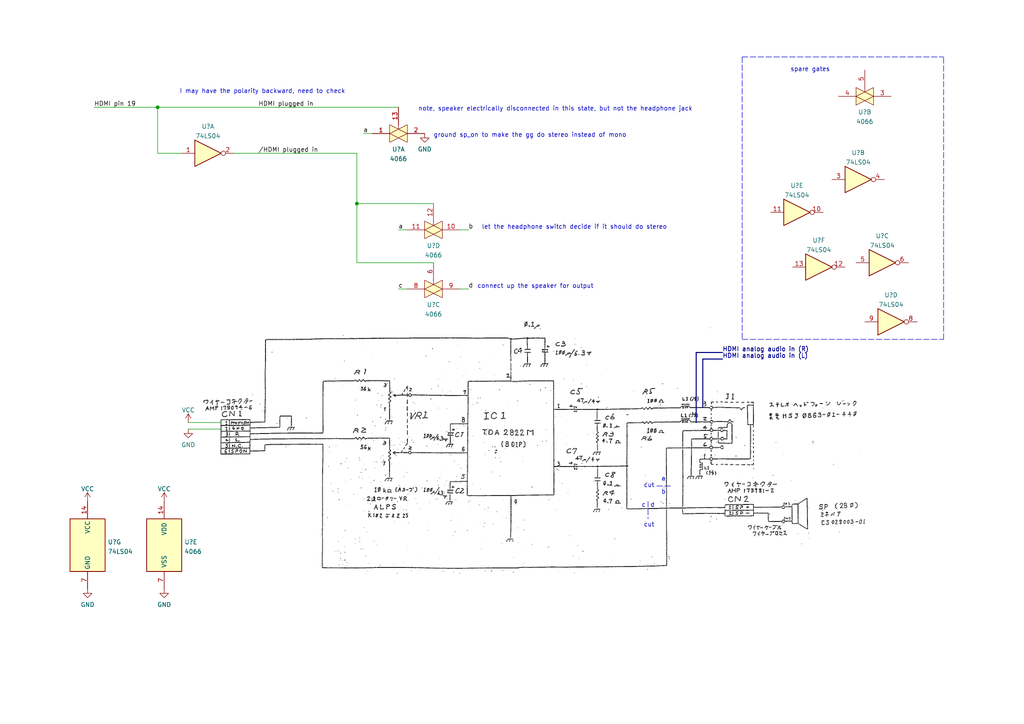
<source format=kicad_sch>
(kicad_sch (version 20211123) (generator eeschema)
  (paper "A4")
  (lib_symbols
    (symbol "4xxx:4066" (pin_names (offset 1.016))
      (property "Reference" "U" (at -7.62 8.89 0))
      (property "Value" "4066" (at -7.62 -8.89 0))
      (symbol "4066_1_0"
        (polyline (pts (xy 0 1.27) (xy 0 2.54)) (stroke (width 0.1524)))
        (polyline (pts (xy -2.54 0) (xy 2.54 2.54) (xy 2.54 -2.54) (xy -2.54 0)) (fill (type background)))
        (polyline (pts (xy -2.54 2.54) (xy 2.54 0) (xy -2.54 -2.54) (xy -2.54 2.54)) (fill (type background)))
        (pin passive line (at -7.62 0 0) (length 5.08) (name "~") (number "1"))
        (pin input line (at 0 7.62 270) (length 5.08) (name "~") (number "13"))
        (pin passive line (at 7.62 0 180) (length 5.08) (name "~") (number "2"))
      )
      (symbol "4066_2_0"
        (polyline (pts (xy 0 1.27) (xy 0 2.54)) (stroke (width 0.1524)))
        (polyline (pts (xy -2.54 0) (xy 2.54 2.54) (xy 2.54 -2.54) (xy -2.54 0)) (fill (type background)))
        (polyline (pts (xy -2.54 2.54) (xy 2.54 0) (xy -2.54 -2.54) (xy -2.54 2.54)) (fill (type background)))
        (pin passive line (at 7.62 0 180) (length 5.08) (name "~") (number "3"))
        (pin passive line (at -7.62 0 0) (length 5.08) (name "~") (number "4"))
        (pin input line (at 0 7.62 270) (length 5.08) (name "~") (number "5"))
      )
      (symbol "4066_3_0"
        (polyline (pts (xy 0 1.27) (xy 0 2.54)) (stroke (width 0.1524)))
        (polyline (pts (xy -2.54 0) (xy 2.54 2.54) (xy 2.54 -2.54) (xy -2.54 0)) (fill (type background)))
        (polyline (pts (xy -2.54 2.54) (xy 2.54 0) (xy -2.54 -2.54) (xy -2.54 2.54)) (fill (type background)))
        (pin input line (at 0 7.62 270) (length 5.08) (name "~") (number "6"))
        (pin passive line (at -7.62 0 0) (length 5.08) (name "~") (number "8"))
        (pin passive line (at 7.62 0 180) (length 5.08) (name "~") (number "9"))
      )
      (symbol "4066_4_0"
        (polyline (pts (xy 0 1.27) (xy 0 2.54)) (stroke (width 0.1524)))
        (polyline (pts (xy -2.54 0) (xy 2.54 2.54) (xy 2.54 -2.54) (xy -2.54 0)) (fill (type background)))
        (polyline (pts (xy -2.54 2.54) (xy 2.54 0) (xy -2.54 -2.54) (xy -2.54 2.54)) (fill (type background)))
        (pin passive line (at 7.62 0 180) (length 5.08) (name "~") (number "10"))
        (pin passive line (at -7.62 0 0) (length 5.08) (name "~") (number "11"))
        (pin input line (at 0 7.62 270) (length 5.08) (name "~") (number "12"))
      )
      (symbol "4066_5_0"
        (pin power_in line (at 0 12.7 270) (length 5.08) (name "VDD") (number "14"))
        (pin power_in line (at 0 -12.7 90) (length 5.08) (name "VSS") (number "7"))
      )
      (symbol "4066_5_1"
        (rectangle (start -5.08 7.62) (end 5.08 -7.62) (stroke (width 0.254)) (fill (type background)))
      )
    )
    (symbol "74xx:74LS04"
      (property "Reference" "U" (at 0 1.27 0))
      (property "Value" "74LS04" (at 0 -1.27 0))
      (symbol "74LS04_1_0"
        (polyline (pts (xy -3.81 3.81) (xy -3.81 -3.81) (xy 3.81 0) (xy -3.81 3.81)) (stroke (width 0.254)) (fill (type background)))
        (pin input line (at -7.62 0 0) (length 3.81) (name "~") (number "1"))
        (pin output inverted (at 7.62 0 180) (length 3.81) (name "~") (number "2"))
      )
      (symbol "74LS04_2_0"
        (polyline (pts (xy -3.81 3.81) (xy -3.81 -3.81) (xy 3.81 0) (xy -3.81 3.81)) (stroke (width 0.254)) (fill (type background)))
        (pin input line (at -7.62 0 0) (length 3.81) (name "~") (number "3"))
        (pin output inverted (at 7.62 0 180) (length 3.81) (name "~") (number "4"))
      )
      (symbol "74LS04_3_0"
        (polyline (pts (xy -3.81 3.81) (xy -3.81 -3.81) (xy 3.81 0) (xy -3.81 3.81)) (stroke (width 0.254)) (fill (type background)))
        (pin input line (at -7.62 0 0) (length 3.81) (name "~") (number "5"))
        (pin output inverted (at 7.62 0 180) (length 3.81) (name "~") (number "6"))
      )
      (symbol "74LS04_4_0"
        (polyline (pts (xy -3.81 3.81) (xy -3.81 -3.81) (xy 3.81 0) (xy -3.81 3.81)) (stroke (width 0.254)) (fill (type background)))
        (pin output inverted (at 7.62 0 180) (length 3.81) (name "~") (number "8"))
        (pin input line (at -7.62 0 0) (length 3.81) (name "~") (number "9"))
      )
      (symbol "74LS04_5_0"
        (polyline (pts (xy -3.81 3.81) (xy -3.81 -3.81) (xy 3.81 0) (xy -3.81 3.81)) (stroke (width 0.254)) (fill (type background)))
        (pin output inverted (at 7.62 0 180) (length 3.81) (name "~") (number "10"))
        (pin input line (at -7.62 0 0) (length 3.81) (name "~") (number "11"))
      )
      (symbol "74LS04_6_0"
        (polyline (pts (xy -3.81 3.81) (xy -3.81 -3.81) (xy 3.81 0) (xy -3.81 3.81)) (stroke (width 0.254)) (fill (type background)))
        (pin output inverted (at 7.62 0 180) (length 3.81) (name "~") (number "12"))
        (pin input line (at -7.62 0 0) (length 3.81) (name "~") (number "13"))
      )
      (symbol "74LS04_7_0"
        (pin power_in line (at 0 12.7 270) (length 5.08) (name "VCC") (number "14"))
        (pin power_in line (at 0 -12.7 90) (length 5.08) (name "GND") (number "7"))
      )
      (symbol "74LS04_7_1"
        (rectangle (start -5.08 7.62) (end 5.08 -7.62) (stroke (width 0.254)) (fill (type background)))
      )
    )
    (symbol "power:GND" (power) (pin_names (offset 0))
      (property "Value" "GND" (at 0 -3.81 0))
      (symbol "GND_0_1"
        (polyline (pts (xy 0 0) (xy 0 -1.27) (xy 1.27 -1.27) (xy 0 -2.54) (xy -1.27 -1.27) (xy 0 -1.27)))
      )
      (symbol "GND_1_1"
        (pin power_in line (at 0 0 270) (length 0) hide (name "GND") (number "1"))
      )
    )
    (symbol "power:VCC" (power) (pin_names (offset 0))
      (property "Value" "VCC" (at 0 3.81 0))
      (symbol "VCC_0_1"
        (polyline (pts (xy -0.762 1.27) (xy 0 2.54)))
        (polyline (pts (xy 0 0) (xy 0 2.54)))
        (polyline (pts (xy 0 2.54) (xy 0.762 1.27)))
      )
      (symbol "VCC_1_1"
        (pin power_in line (at 0 0 90) (length 0) hide (name "VCC") (number "1"))
      )
    )
  )
  (junction (at 45.72 31.115))
  (junction (at 103.505 59.055))
  (polyline (pts (xy 215.265 16.51) (xy 215.265 98.425)))
  (wire (pts (xy 45.72 31.115) (xy 45.72 44.45)))
  (wire (pts (xy 54.61 124.46) (xy 64.135 124.46)))
  (wire (pts (xy 103.505 44.45) (xy 103.505 59.055)))
  (wire (pts (xy 45.72 44.45) (xy 52.705 44.45)))
  (bus (pts (xy 201.93 102.235) (xy 209.55 102.235)))
  (polyline (pts (xy 273.685 98.425) (xy 273.685 16.51)))
  (wire (pts (xy 103.505 59.055) (xy 103.505 76.2)))
  (wire (pts (xy 103.505 76.2) (xy 125.73 76.2)))
  (polyline (pts (xy 215.265 16.51) (xy 273.685 16.51)))
  (wire (pts (xy 45.72 31.115) (xy 115.57 31.115)))
  (wire (pts (xy 67.945 44.45) (xy 103.505 44.45)))
  (bus (pts (xy 203.835 118.11) (xy 203.835 104.14)))
  (wire (pts (xy 115.57 66.675) (xy 118.11 66.675)))
  (wire (pts (xy 115.57 83.82) (xy 118.11 83.82)))
  (wire (pts (xy 135.89 83.82) (xy 133.35 83.82)))
  (bus (pts (xy 203.835 104.14) (xy 209.55 104.14)))
  (wire (pts (xy 135.89 66.675) (xy 133.35 66.675)))
  (wire (pts (xy 103.505 59.055) (xy 125.73 59.055)))
  (wire (pts (xy 27.305 31.115) (xy 45.72 31.115)))
  (bus (pts (xy 201.93 122.555) (xy 201.93 102.235)))
  (polyline (pts (xy 187.96 145.415) (xy 187.96 150.495)))
  (polyline (pts (xy 190.5 140.97) (xy 194.945 140.97)))
  (polyline (pts (xy 215.265 98.425) (xy 273.685 98.425)))
  (wire (pts (xy 105.41 38.735) (xy 107.95 38.735)))
  (wire (pts (xy 54.61 122.555) (xy 64.135 122.555)))
  (image (at 154.305 128.905) (scale 1.52935))
  (text "HDMI analog audio in (L)" (at 209.55 104.14 0) (effects (font (size 1.27 1.27)) (justify left bottom)))
  (text "d" (at 188.595 147.32 0) (effects (font (size 1.27 1.27)) (justify left bottom)))
  (text "HDMI analog audio in (R)" (at 209.55 102.235 0) (effects (font (size 1.27 1.27)) (justify left bottom)))
  (text "note, speaker electrically disconnected in this state, but not the headphone jack" (at 121.285 32.385 0) (effects (font (size 1.27 1.27)) (justify left bottom)))
  (text "ground sp_on to make the gg do stereo instead of mono" (at 125.73 40.005 0) (effects (font (size 1.27 1.27)) (justify left bottom)))
  (text "spare gates" (at 229.235 20.955 0) (effects (font (size 1.27 1.27)) (justify left bottom)))
  (text "connect up the speaker for output" (at 138.43 83.82 0) (effects (font (size 1.27 1.27)) (justify left bottom)))
  (text "a" (at 191.77 139.7 0) (effects (font (size 1.27 1.27)) (justify left bottom)))
  (text "cut" (at 186.69 153.035 0) (effects (font (size 1.27 1.27)) (justify left bottom)))
  (text "b" (at 191.77 143.51 0) (effects (font (size 1.27 1.27)) (justify left bottom)))
  (text "c" (at 186.055 147.32 0) (effects (font (size 1.27 1.27)) (justify left bottom)))
  (text "I may have the polarity backward, need to check" (at 52.07 27.305 0) (effects (font (size 1.27 1.27)) (justify left bottom)))
  (text "let the headphone switch decide if it should do stereo" (at 139.7 66.675 0) (effects (font (size 1.27 1.27)) (justify left bottom)))
  (text "cut" (at 186.69 141.605 0) (effects (font (size 1.27 1.27)) (justify left bottom)))
  (label "a" (at 105.41 38.735 0))
  (label "d" (at 135.89 83.82 0))
  (label "c" (at 115.57 83.82 0))
  (label "b" (at 135.89 66.675 0))
  (label "a" (at 115.57 66.675 0))
  (label "HDMI plugged in " (at 74.93 31.115 0))
  (label "{slash}HDMI plugged in " (at 74.93 44.45 0))
  (label "HDMI pin 19" (at 27.305 31.115 0))
  (label "HDMI analog audio in (L)" (at 209.55 104.14 0))
  (label "HDMI analog audio in (R)" (at 209.55 102.235 0))
  (symbol (lib_id "4xxx:4066") (at 125.73 83.82 0) (unit 3)
    (property "Reference" "U?" (at 125.73 88.3825 0))
    (property "Value" "4066" (at 125.73 91.1576 0))
    (property "Datasheet" "http://www.ti.com/lit/ds/symlink/cd4066b.pdf" (effects hide))
  )
  (symbol (lib_id "74xx:74LS04") (at 237.49 77.47 0) (unit 6)
    (property "Reference" "U?" (at 237.49 69.6935 0))
    (property "Value" "74LS04" (at 237.49 72.4686 0))
    (property "Datasheet" "http://www.ti.com/lit/gpn/sn74LS04" (effects hide))
  )
  (symbol (lib_id "power:VCC") (at 54.61 122.555 0) (unit 1)
    (property "Reference" "#PWR?" (effects hide))
    (property "Value" "VCC" (at 54.61 118.9505 0))
  )
  (symbol (lib_id "74xx:74LS04") (at 231.14 61.595 0) (unit 5)
    (property "Reference" "U?" (at 231.14 53.8185 0))
    (property "Value" "74LS04" (at 231.14 56.5936 0))
    (property "Datasheet" "http://www.ti.com/lit/gpn/sn74LS04" (effects hide))
  )
  (symbol (lib_id "power:GND") (at 47.625 170.815 0) (unit 1)
    (property "Reference" "#PWR?" (effects hide))
    (property "Value" "GND" (at 47.625 175.3775 0))
  )
  (symbol (lib_id "power:GND") (at 25.4 170.815 0) (unit 1)
    (property "Reference" "#PWR?" (effects hide))
    (property "Value" "GND" (at 25.4 175.3775 0))
  )
  (symbol (lib_id "power:GND") (at 123.19 38.735 0) (unit 1)
    (property "Reference" "#PWR?" (effects hide))
    (property "Value" "GND" (at 123.19 43.2975 0))
  )
  (symbol (lib_id "power:VCC") (at 47.625 145.415 0) (unit 1)
    (property "Reference" "#PWR?" (effects hide))
    (property "Value" "VCC" (at 47.625 141.8105 0))
  )
  (symbol (lib_id "74xx:74LS04") (at 60.325 44.45 0) (unit 1)
    (property "Reference" "U?" (at 60.325 36.6735 0))
    (property "Value" "74LS04" (at 60.325 39.4486 0))
    (property "Datasheet" "http://www.ti.com/lit/gpn/sn74LS04" (effects hide))
  )
  (symbol (lib_id "4xxx:4066") (at 115.57 38.735 0) (unit 1)
    (property "Reference" "U?" (at 115.57 43.2975 0))
    (property "Value" "4066" (at 115.57 46.0726 0))
    (property "Datasheet" "http://www.ti.com/lit/ds/symlink/cd4066b.pdf" (effects hide))
  )
  (symbol (lib_id "power:VCC") (at 25.4 145.415 0) (unit 1)
    (property "Reference" "#PWR?" (effects hide))
    (property "Value" "VCC" (at 25.4 141.8105 0))
  )
  (symbol (lib_id "4xxx:4066") (at 47.625 158.115 0) (unit 5)
    (property "Reference" "U?" (at 53.467 157.2065 0) (effects (justify left)))
    (property "Value" "4066" (at 53.467 159.9816 0) (effects (justify left)))
    (property "Datasheet" "http://www.ti.com/lit/ds/symlink/cd4066b.pdf" (effects hide))
  )
  (symbol (lib_id "4xxx:4066") (at 125.73 66.675 0) (unit 4)
    (property "Reference" "U?" (at 125.73 71.2375 0))
    (property "Value" "4066" (at 125.73 74.0126 0))
    (property "Datasheet" "http://www.ti.com/lit/ds/symlink/cd4066b.pdf" (effects hide))
  )
  (symbol (lib_id "74xx:74LS04") (at 248.92 52.07 0) (unit 2)
    (property "Reference" "U?" (at 248.92 44.2935 0))
    (property "Value" "74LS04" (at 248.92 47.0686 0))
    (property "Datasheet" "http://www.ti.com/lit/gpn/sn74LS04" (effects hide))
  )
  (symbol (lib_id "4xxx:4066") (at 250.825 27.94 0) (unit 2)
    (property "Reference" "U?" (at 250.825 32.5025 0))
    (property "Value" "4066" (at 250.825 35.2776 0))
    (property "Datasheet" "http://www.ti.com/lit/ds/symlink/cd4066b.pdf" (effects hide))
  )
  (symbol (lib_id "power:GND") (at 54.61 124.46 0) (unit 1)
    (property "Reference" "#PWR?" (effects hide))
    (property "Value" "GND" (at 54.61 129.0225 0))
  )
  (symbol (lib_id "74xx:74LS04") (at 258.445 93.345 0) (unit 4)
    (property "Reference" "U?" (at 258.445 85.5685 0))
    (property "Value" "74LS04" (at 258.445 88.3436 0))
    (property "Datasheet" "http://www.ti.com/lit/gpn/sn74LS04" (effects hide))
  )
  (symbol (lib_id "74xx:74LS04") (at 255.905 76.2 0) (unit 3)
    (property "Reference" "U?" (at 255.905 68.4235 0))
    (property "Value" "74LS04" (at 255.905 71.1986 0))
    (property "Datasheet" "http://www.ti.com/lit/gpn/sn74LS04" (effects hide))
  )
  (symbol (lib_id "74xx:74LS04") (at 25.4 158.115 0) (unit 7)
    (property "Reference" "U?" (at 31.242 157.2065 0) (effects (justify left)))
    (property "Value" "74LS04" (at 31.242 159.9816 0) (effects (justify left)))
    (property "Datasheet" "http://www.ti.com/lit/gpn/sn74LS04" (effects hide))
  )
)
</source>
